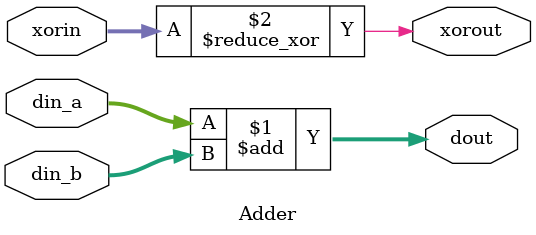
<source format=v>
/***********************************************************************************************************************
 * Copyright (C) 2017 Andrew Zonenberg and contributors                                                                *
 *                                                                                                                     *
 * This program is free software; you can redistribute it and/or modify it under the terms of the GNU Lesser General   *
 * Public License as published by the Free Software Foundation; either version 2.1 of the License, or (at your option) *
 * any later version.                                                                                                  *
 *                                                                                                                     *
 * This program is distributed in the hope that it will be useful, but WITHOUT ANY WARRANTY; without even the implied  *
 * warranty of MERCHANTABILITY or FITNESS FOR A PARTICULAR PURPOSE.  See the GNU Lesser General Public License for     *
 * more details.                                                                                                       *
 *                                                                                                                     *
 * You should have received a copy of the GNU Lesser General Public License along with this program; if not, you may   *
 * find one here:                                                                                                      *
 * https://www.gnu.org/licenses/old-licenses/lgpl-2.1.txt                                                              *
 * or you may search the http://www.gnu.org website for the version 2.1 license, or you may write to the Free Software *
 * Foundation, Inc., 51 Franklin Street, Fifth Floor, Boston, MA  02110-1301, USA                                      *
 **********************************************************************************************************************/

`default_nettype none

/**
	TODO
 */
module Adder(din_a, din_b, dout, xorin, xorout);

	////////////////////////////////////////////////////////////////////////////////////////////////////////////////////
	// I/O declarations

	(* LOC = "P20 P19 P18 P17" *)
	input wire[3:0] din_a;

	(* LOC = "P16 P15 P14 P13" *)
	input wire[3:0] din_b;

	(* LOC = "P3 P4 P5 P6" *)
	output wire[3:0] dout;

	(* LOC = "P7 P8" *)
	input wire[1:0] xorin;

	(* LOC = "P9" *)
	output wire xorout;

	////////////////////////////////////////////////////////////////////////////////////////////////////////////////////
	// The adder

	assign dout = din_a + din_b;
	assign xorout = ^xorin;

endmodule

</source>
